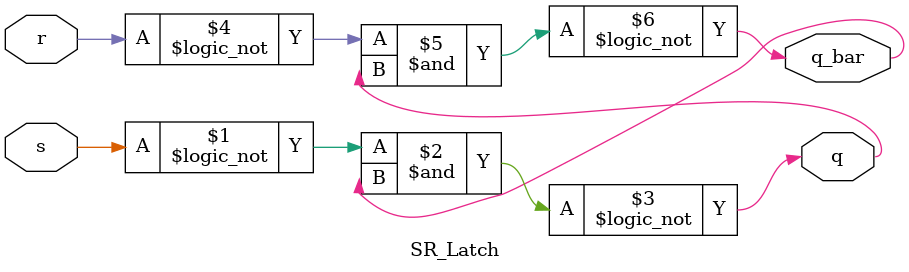
<source format=v>
module SR_Latch(s, r, q, q_bar);

input s, r;
output q, q_bar;

assign q = !((!s)&(q_bar));
assign q_bar = !((!r)&q);

endmodule

</source>
